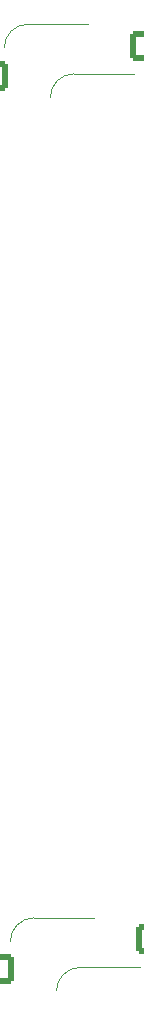
<source format=gbr>
%TF.GenerationSoftware,KiCad,Pcbnew,8.0.4*%
%TF.CreationDate,2024-07-29T14:44:41-07:00*%
%TF.ProjectId,3board_c,33626f61-7264-45f6-932e-6b696361645f,rev?*%
%TF.SameCoordinates,Original*%
%TF.FileFunction,Legend,Bot*%
%TF.FilePolarity,Positive*%
%FSLAX46Y46*%
G04 Gerber Fmt 4.6, Leading zero omitted, Abs format (unit mm)*
G04 Created by KiCad (PCBNEW 8.0.4) date 2024-07-29 14:44:41*
%MOMM*%
%LPD*%
G01*
G04 APERTURE LIST*
G04 Aperture macros list*
%AMRoundRect*
0 Rectangle with rounded corners*
0 $1 Rounding radius*
0 $2 $3 $4 $5 $6 $7 $8 $9 X,Y pos of 4 corners*
0 Add a 4 corners polygon primitive as box body*
4,1,4,$2,$3,$4,$5,$6,$7,$8,$9,$2,$3,0*
0 Add four circle primitives for the rounded corners*
1,1,$1+$1,$2,$3*
1,1,$1+$1,$4,$5*
1,1,$1+$1,$6,$7*
1,1,$1+$1,$8,$9*
0 Add four rect primitives between the rounded corners*
20,1,$1+$1,$2,$3,$4,$5,0*
20,1,$1+$1,$4,$5,$6,$7,0*
20,1,$1+$1,$6,$7,$8,$9,0*
20,1,$1+$1,$8,$9,$2,$3,0*%
G04 Aperture macros list end*
%ADD10C,0.120000*%
%ADD11C,3.200000*%
%ADD12C,3.048000*%
%ADD13C,3.987800*%
%ADD14C,1.750000*%
%ADD15C,3.050000*%
%ADD16C,4.000000*%
%ADD17RoundRect,0.250000X-1.025000X-1.000000X1.025000X-1.000000X1.025000X1.000000X-1.025000X1.000000X0*%
G04 APERTURE END LIST*
D10*
%TO.C,SW12_THROW*%
X143815906Y-22954124D02*
X148915906Y-22954124D01*
X147715906Y-27154124D02*
X152815906Y-27154124D01*
X141815906Y-24954124D02*
G75*
G02*
X143815906Y-22954124I1999999J1D01*
G01*
X145715906Y-29154124D02*
G75*
G02*
X147715906Y-27154124I1999999J1D01*
G01*
%TO.C,SW16_SPACE*%
X144340000Y-98610000D02*
X149440000Y-98610000D01*
X148240000Y-102810000D02*
X153340000Y-102810000D01*
X142340000Y-100610000D02*
G75*
G02*
X144340000Y-98610000I1999999J1D01*
G01*
X146240000Y-104810000D02*
G75*
G02*
X148240000Y-102810000I1999999J1D01*
G01*
%TD*%
%LPC*%
D11*
%TO.C,*%
X173500000Y-106375000D03*
%TD*%
%TO.C,*%
X124500000Y-106375000D03*
%TD*%
%TO.C,H6*%
X148000000Y-52500000D03*
%TD*%
D12*
%TO.C,S1*%
X136502000Y-98525000D03*
D13*
X136502000Y-113735000D03*
D12*
X160378000Y-98525000D03*
D13*
X160378000Y-113735000D03*
%TD*%
D11*
%TO.C,H7*%
X147500000Y-88750000D03*
%TD*%
D14*
%TO.C,SW12_THROW*%
X142835906Y-29854124D03*
D15*
X144105906Y-27314124D03*
D16*
X147915906Y-29854124D03*
D15*
X150455906Y-24774124D03*
D14*
X152995906Y-29854124D03*
D17*
X140830906Y-27314124D03*
X153757906Y-24774124D03*
%TD*%
D14*
%TO.C,SW16_SPACE*%
X143360000Y-105510000D03*
D15*
X144630000Y-102970000D03*
D16*
X148440000Y-105510000D03*
D15*
X150980000Y-100430000D03*
D14*
X153520000Y-105510000D03*
D17*
X141355000Y-102970000D03*
X154282000Y-100430000D03*
%TD*%
%LPD*%
M02*

</source>
